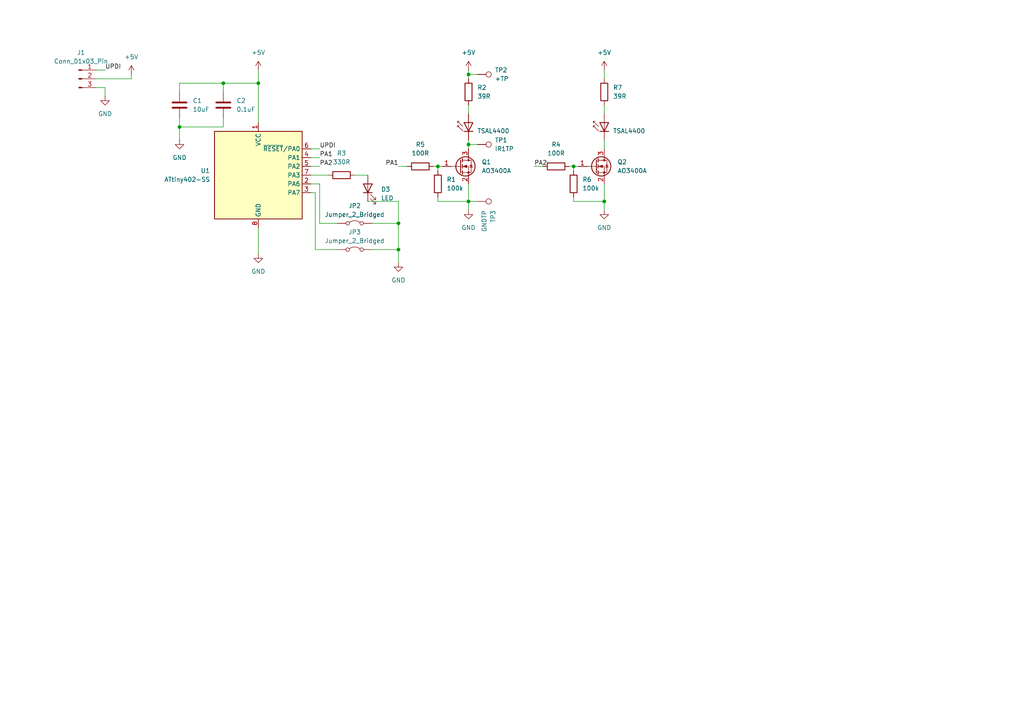
<source format=kicad_sch>
(kicad_sch (version 20250114) (generator "eeschema") (generator_version "9.0")
  (paper "A4")
  (lib_symbols
    (symbol "Connector:Conn_01x03_Pin" (pin_names (offset 1.016) (hide yes))
      (property "Reference" "J" (at 0 5.08 0))
      (property "Value" "Conn_01x03_Pin" (at 0 -5.08 0))
      (symbol "Conn_01x03_Pin_1_1"
        (rectangle (start 0.8636 2.667) (end 0 2.413) (stroke (width 0.1524)) (fill (type outline)))
        (rectangle (start 0.8636 0.127) (end 0 -0.127) (stroke (width 0.1524)) (fill (type outline)))
        (rectangle (start 0.8636 -2.413) (end 0 -2.667) (stroke (width 0.1524)) (fill (type outline)))
        (polyline (pts (xy 1.27 2.54) (xy 0.8636 2.54)) (stroke (width 0.1524)))
        (polyline (pts (xy 1.27 0) (xy 0.8636 0)) (stroke (width 0.1524)))
        (polyline (pts (xy 1.27 -2.54) (xy 0.8636 -2.54)) (stroke (width 0.1524)))
        (pin passive line (at 5.08 2.54 180) (length 3.81) (name "Pin_1") (number "1"))
        (pin passive line (at 5.08 0 180) (length 3.81) (name "Pin_2") (number "2"))
        (pin passive line (at 5.08 -2.54 180) (length 3.81) (name "Pin_3") (number "3"))
      )
    )
    (symbol "Connector:TestPoint" (pin_numbers (hide yes)) (pin_names (offset 0.762) (hide yes))
      (property "Reference" "TP" (at 0 6.858 0))
      (property "Value" "TestPoint" (at 0 5.08 0))
      (symbol "TestPoint_0_1"
        (circle (center 0 3.302) (radius 0.762))
      )
      (symbol "TestPoint_1_1"
        (pin passive line (at 0 0 90) (length 2.54) (name "1") (number "1"))
      )
    )
    (symbol "Device:C" (pin_numbers (hide yes)) (pin_names (offset 0.254))
      (property "Reference" "C" (at 0.635 2.54 0))
      (property "Value" "C" (at 0.635 -2.54 0))
      (symbol "C_0_1"
        (polyline (pts (xy -2.032 0.762) (xy 2.032 0.762)) (stroke (width 0.508)))
        (polyline (pts (xy -2.032 -0.762) (xy 2.032 -0.762)) (stroke (width 0.508)))
      )
      (symbol "C_1_1"
        (pin passive line (at 0 3.81 270) (length 2.794) (name "~") (number "1"))
        (pin passive line (at 0 -3.81 90) (length 2.794) (name "~") (number "2"))
      )
    )
    (symbol "Device:LED" (pin_numbers (hide yes)) (pin_names (offset 1.016) (hide yes))
      (property "Reference" "D" (at 0 2.54 0))
      (property "Value" "LED" (at 0 -2.54 0))
      (symbol "LED_0_1"
        (polyline (pts (xy -3.048 -0.762) (xy -4.572 -2.286) (xy -3.81 -2.286) (xy -4.572 -2.286) (xy -4.572 -1.524)))
        (polyline (pts (xy -1.778 -0.762) (xy -3.302 -2.286) (xy -2.54 -2.286) (xy -3.302 -2.286) (xy -3.302 -1.524)))
        (polyline (pts (xy -1.27 0) (xy 1.27 0)))
        (polyline (pts (xy -1.27 -1.27) (xy -1.27 1.27)) (stroke (width 0.254)))
        (polyline (pts (xy 1.27 -1.27) (xy 1.27 1.27) (xy -1.27 0) (xy 1.27 -1.27)) (stroke (width 0.254)))
      )
      (symbol "LED_1_1"
        (pin passive line (at -3.81 0 0) (length 2.54) (name "K") (number "1"))
        (pin passive line (at 3.81 0 180) (length 2.54) (name "A") (number "2"))
      )
    )
    (symbol "Device:R" (pin_numbers (hide yes)) (pin_names (offset 0))
      (property "Reference" "R" (at 2.032 0 90))
      (property "Value" "R" (at 0 0 90))
      (symbol "R_0_1"
        (rectangle (start -1.016 -2.54) (end 1.016 2.54) (stroke (width 0.254)))
      )
      (symbol "R_1_1"
        (pin passive line (at 0 3.81 270) (length 1.27) (name "~") (number "1"))
        (pin passive line (at 0 -3.81 90) (length 1.27) (name "~") (number "2"))
      )
    )
    (symbol "Jumper:Jumper_2_Bridged" (pin_numbers (hide yes)) (pin_names (offset 0) (hide yes))
      (property "Reference" "JP" (at 0 1.905 0))
      (property "Value" "Jumper_2_Bridged" (at 0 -2.54 0))
      (symbol "Jumper_2_Bridged_0_0"
        (circle (center -2.032 0) (radius 0.508))
        (circle (center 2.032 0) (radius 0.508))
      )
      (symbol "Jumper_2_Bridged_0_1"
        (arc (start -1.524 0.254) (mid 0 0.762) (end 1.524 0.254))
      )
      (symbol "Jumper_2_Bridged_1_1"
        (pin passive line (at -5.08 0 0) (length 2.54) (name "A") (number "1"))
        (pin passive line (at 5.08 0 180) (length 2.54) (name "B") (number "2"))
      )
    )
    (symbol "LED:TSAL4400" (pin_numbers (hide yes)) (pin_names (offset 1.016) (hide yes))
      (property "Reference" "D" (at 0.508 1.778 0))
      (property "Value" "TSAL4400" (at -1.016 -2.794 0))
      (symbol "TSAL4400_0_1"
        (polyline (pts (xy -2.54 1.27) (xy -2.54 -1.27)) (stroke (width 0.254)))
        (polyline (pts (xy -2.413 1.651) (xy -0.889 3.175) (xy -0.889 2.667) (xy -0.889 3.175) (xy -1.397 3.175)))
        (polyline (pts (xy -1.143 1.651) (xy 0.381 3.175) (xy 0.381 2.667)))
        (polyline (pts (xy 0 1.27) (xy -2.54 0) (xy 0 -1.27) (xy 0 1.27)) (stroke (width 0.254)))
        (polyline (pts (xy 0 0) (xy -2.54 0)))
        (polyline (pts (xy 0.381 3.175) (xy -0.127 3.175)))
      )
      (symbol "TSAL4400_1_1"
        (pin passive line (at -5.08 0 0) (length 2.54) (name "K") (number "1"))
        (pin passive line (at 2.54 0 180) (length 2.54) (name "A") (number "2"))
      )
    )
    (symbol "MCU_Microchip_ATtiny:ATtiny402-SS"
      (property "Reference" "U" (at -12.7 13.97 0))
      (property "Value" "ATtiny402-SS" (at 2.54 -13.97 0))
      (symbol "ATtiny402-SS_0_1"
        (rectangle (start -12.7 -12.7) (end 12.7 12.7) (stroke (width 0.254)) (fill (type background)))
      )
      (symbol "ATtiny402-SS_1_1"
        (pin power_in line (at 0 15.24 270) (length 2.54) (name "VCC") (number "1"))
        (pin power_in line (at 0 -15.24 90) (length 2.54) (name "GND") (number "8"))
        (pin bidirectional line (at 15.24 7.62 180) (length 2.54) (name "~{RESET}/PA0") (number "6"))
        (pin bidirectional line (at 15.24 5.08 180) (length 2.54) (name "PA1") (number "4"))
        (pin bidirectional line (at 15.24 2.54 180) (length 2.54) (name "PA2") (number "5"))
        (pin bidirectional line (at 15.24 0 180) (length 2.54) (name "PA3") (number "7"))
        (pin bidirectional line (at 15.24 -2.54 180) (length 2.54) (name "PA6") (number "2"))
        (pin bidirectional line (at 15.24 -5.08 180) (length 2.54) (name "PA7") (number "3"))
      )
    )
    (symbol "Transistor_FET:AO3400A" (pin_names (offset 0) (hide yes))
      (property "Reference" "Q" (at 5.08 1.905 0))
      (property "Value" "AO3400A" (at 5.08 0 0))
      (symbol "AO3400A_0_1"
        (polyline (pts (xy 0.254 1.905) (xy 0.254 -1.905)) (stroke (width 0.254)))
        (polyline (pts (xy 0.254 0) (xy -2.54 0)))
        (polyline (pts (xy 0.762 2.286) (xy 0.762 1.27)) (stroke (width 0.254)))
        (polyline (pts (xy 0.762 0.508) (xy 0.762 -0.508)) (stroke (width 0.254)))
        (polyline (pts (xy 0.762 -1.27) (xy 0.762 -2.286)) (stroke (width 0.254)))
        (polyline (pts (xy 0.762 -1.778) (xy 3.302 -1.778) (xy 3.302 1.778) (xy 0.762 1.778)))
        (polyline (pts (xy 1.016 0) (xy 2.032 0.381) (xy 2.032 -0.381) (xy 1.016 0)) (fill (type outline)))
        (circle (center 1.651 0) (radius 2.794) (stroke (width 0.254)))
        (polyline (pts (xy 2.54 2.54) (xy 2.54 1.778)))
        (circle (center 2.54 1.778) (radius 0.254) (fill (type outline)))
        (circle (center 2.54 -1.778) (radius 0.254) (fill (type outline)))
        (polyline (pts (xy 2.54 -2.54) (xy 2.54 0) (xy 0.762 0)))
        (polyline (pts (xy 2.921 0.381) (xy 3.683 0.381)))
        (polyline (pts (xy 3.302 0.381) (xy 2.921 -0.254) (xy 3.683 -0.254) (xy 3.302 0.381)))
      )
      (symbol "AO3400A_1_1"
        (pin input line (at -5.08 0 0) (length 2.54) (name "G") (number "1"))
        (pin passive line (at 2.54 5.08 270) (length 2.54) (name "D") (number "3"))
        (pin passive line (at 2.54 -5.08 90) (length 2.54) (name "S") (number "2"))
      )
    )
    (symbol "power:+5V" (power) (pin_numbers (hide yes)) (pin_names (offset 0) (hide yes))
      (property "Value" "+5V" (at 0 3.556 0))
      (symbol "+5V_0_1"
        (polyline (pts (xy -0.762 1.27) (xy 0 2.54)))
        (polyline (pts (xy 0 2.54) (xy 0.762 1.27)))
        (polyline (pts (xy 0 0) (xy 0 2.54)))
      )
      (symbol "+5V_1_1"
        (pin power_in line (at 0 0 90) (length 0) (name "~") (number "1"))
      )
    )
    (symbol "power:GND" (power) (pin_numbers (hide yes)) (pin_names (offset 0) (hide yes))
      (property "Value" "GND" (at 0 -3.81 0))
      (symbol "GND_0_1"
        (polyline (pts (xy 0 0) (xy 0 -1.27) (xy 1.27 -1.27) (xy 0 -2.54) (xy -1.27 -1.27) (xy 0 -1.27)))
      )
      (symbol "GND_1_1"
        (pin power_in line (at 0 0 270) (length 0) (name "~") (number "1"))
      )
    )
  )
  (junction (at 64.77 24.13))
  (junction (at 175.26 58.42))
  (junction (at 115.57 72.39))
  (junction (at 166.37 48.26))
  (junction (at 52.07 36.83))
  (junction (at 135.89 41.91))
  (junction (at 135.89 21.59))
  (junction (at 115.57 64.77))
  (junction (at 74.93 24.13))
  (junction (at 127 48.26))
  (junction (at 135.89 58.42))
  (wire (pts (xy 74.93 24.13) (xy 74.93 35.56)))
  (wire (pts (xy 175.26 40.64) (xy 175.26 43.18)))
  (wire (pts (xy 106.68 58.42) (xy 115.57 58.42)))
  (wire (pts (xy 64.77 34.29) (xy 64.77 36.83)))
  (wire (pts (xy 38.1 22.86) (xy 27.94 22.86)))
  (wire (pts (xy 135.89 41.91) (xy 135.89 43.18)))
  (wire (pts (xy 165.1 48.26) (xy 166.37 48.26)))
  (wire (pts (xy 38.1 21.59) (xy 38.1 22.86)))
  (wire (pts (xy 107.95 64.77) (xy 115.57 64.77)))
  (wire (pts (xy 175.26 53.34) (xy 175.26 58.42)))
  (wire (pts (xy 127 48.26) (xy 128.27 48.26)))
  (wire (pts (xy 166.37 58.42) (xy 175.26 58.42)))
  (wire (pts (xy 91.44 72.39) (xy 97.79 72.39)))
  (wire (pts (xy 175.26 30.48) (xy 175.26 33.02)))
  (wire (pts (xy 30.48 25.4) (xy 30.48 27.94)))
  (wire (pts (xy 92.71 64.77) (xy 97.79 64.77)))
  (wire (pts (xy 102.87 50.8) (xy 106.68 50.8)))
  (wire (pts (xy 64.77 24.13) (xy 74.93 24.13)))
  (wire (pts (xy 135.89 58.42) (xy 138.43 58.42)))
  (wire (pts (xy 92.71 53.34) (xy 92.71 64.77)))
  (wire (pts (xy 166.37 48.26) (xy 166.37 49.53)))
  (wire (pts (xy 27.94 20.32) (xy 30.48 20.32)))
  (wire (pts (xy 74.93 24.13) (xy 74.93 20.32)))
  (wire (pts (xy 135.89 21.59) (xy 135.89 22.86)))
  (wire (pts (xy 107.95 72.39) (xy 115.57 72.39)))
  (wire (pts (xy 166.37 48.26) (xy 167.64 48.26)))
  (wire (pts (xy 27.94 25.4) (xy 30.48 25.4)))
  (wire (pts (xy 52.07 24.13) (xy 64.77 24.13)))
  (wire (pts (xy 90.17 45.72) (xy 92.71 45.72)))
  (wire (pts (xy 135.89 58.42) (xy 135.89 60.96)))
  (wire (pts (xy 64.77 36.83) (xy 52.07 36.83)))
  (wire (pts (xy 115.57 58.42) (xy 115.57 64.77)))
  (wire (pts (xy 90.17 48.26) (xy 92.71 48.26)))
  (wire (pts (xy 135.89 41.91) (xy 138.43 41.91)))
  (wire (pts (xy 135.89 40.64) (xy 135.89 41.91)))
  (wire (pts (xy 166.37 57.15) (xy 166.37 58.42)))
  (wire (pts (xy 175.26 20.32) (xy 175.26 22.86)))
  (wire (pts (xy 175.26 58.42) (xy 175.26 60.96)))
  (wire (pts (xy 115.57 48.26) (xy 118.11 48.26)))
  (wire (pts (xy 52.07 26.67) (xy 52.07 24.13)))
  (wire (pts (xy 135.89 21.59) (xy 138.43 21.59)))
  (wire (pts (xy 52.07 34.29) (xy 52.07 36.83)))
  (wire (pts (xy 125.73 48.26) (xy 127 48.26)))
  (wire (pts (xy 91.44 55.88) (xy 91.44 72.39)))
  (wire (pts (xy 135.89 30.48) (xy 135.89 33.02)))
  (wire (pts (xy 90.17 55.88) (xy 91.44 55.88)))
  (wire (pts (xy 74.93 66.04) (xy 74.93 73.66)))
  (wire (pts (xy 64.77 24.13) (xy 64.77 26.67)))
  (wire (pts (xy 115.57 64.77) (xy 115.57 72.39)))
  (wire (pts (xy 127 48.26) (xy 127 49.53)))
  (wire (pts (xy 127 57.15) (xy 127 58.42)))
  (wire (pts (xy 135.89 53.34) (xy 135.89 58.42)))
  (wire (pts (xy 135.89 20.32) (xy 135.89 21.59)))
  (wire (pts (xy 127 58.42) (xy 135.89 58.42)))
  (wire (pts (xy 154.94 48.26) (xy 157.48 48.26)))
  (wire (pts (xy 52.07 36.83) (xy 52.07 40.64)))
  (wire (pts (xy 115.57 72.39) (xy 115.57 76.2)))
  (wire (pts (xy 90.17 50.8) (xy 95.25 50.8)))
  (wire (pts (xy 90.17 43.18) (xy 92.71 43.18)))
  (wire (pts (xy 90.17 53.34) (xy 92.71 53.34)))
  (label "UPDI" (at 30.48 20.32 0))
  (label "PA1" (at 92.71 45.72 0))
  (label "PA2" (at 154.94 48.26 0))
  (label "PA1" (at 115.57 48.26 180))
  (label "UPDI" (at 92.71 43.18 0))
  (label "PA2" (at 92.71 48.26 0))
  (symbol (lib_id "power:+5V") (at 175.26 20.32 0) (unit 1)
    (property "Reference" "#PWR09" (effects (hide yes)))
    (property "Value" "+5V" (at 175.26 15.24 0))
    (property "Description" "Power symbol creates a global label with name \"+5V\"" (effects (hide yes)))
  )
  (symbol (lib_id "Device:R") (at 175.26 26.67 0) (unit 1)
    (property "Reference" "R7" (at 177.8 25.3999 0) (effects (justify left)))
    (property "Value" "39R" (at 177.8 27.9399 0) (effects (justify left)))
    (property "Footprint" "Resistor_SMD:R_1210_3225Metric_Pad1.30x2.65mm_HandSolder" (effects (hide yes)))
    (property "Description" "Resistor" (effects (hide yes)))
  )
  (symbol (lib_id "power:GND") (at 30.48 27.94 0) (unit 1)
    (property "Reference" "#PWR03" (effects (hide yes)))
    (property "Value" "GND" (at 30.48 33.02 0))
    (property "Description" "Power symbol creates a global label with name \"GND\" , ground" (effects (hide yes)))
  )
  (symbol (lib_id "Device:R") (at 121.92 48.26 90) (unit 1)
    (property "Reference" "R5" (at 121.92 41.91 90))
    (property "Value" "100R" (at 121.92 44.45 90))
    (property "Footprint" "Resistor_SMD:R_1210_3225Metric_Pad1.30x2.65mm_HandSolder" (effects (hide yes)))
    (property "Description" "Resistor" (effects (hide yes)))
  )
  (symbol (lib_id "power:GND") (at 74.93 73.66 0) (unit 1)
    (property "Reference" "#PWR06" (effects (hide yes)))
    (property "Value" "GND" (at 74.93 78.74 0))
    (property "Description" "Power symbol creates a global label with name \"GND\" , ground" (effects (hide yes)))
  )
  (symbol (lib_id "Transistor_FET:AO3400A") (at 133.35 48.26 0) (unit 1)
    (property "Reference" "Q1" (at 139.7 46.9899 0) (effects (justify left)))
    (property "Value" "AO3400A" (at 139.7 49.5299 0) (effects (justify left)))
    (property "Footprint" "Package_TO_SOT_SMD:SOT-23" (effects (hide yes)))
    (property "Datasheet" "http://www.aosmd.com/pdfs/datasheet/AO3400A.pdf" (effects (hide yes)))
    (property "Description" "30V Vds, 5.7A Id, N-Channel MOSFET, SOT-23" (effects (hide yes)))
  )
  (symbol (lib_id "Device:R") (at 166.37 53.34 180) (unit 1)
    (property "Reference" "R6" (at 168.91 52.0699 0) (effects (justify right)))
    (property "Value" "100k" (at 168.91 54.6099 0) (effects (justify right)))
    (property "Footprint" "Resistor_SMD:R_1210_3225Metric_Pad1.30x2.65mm_HandSolder" (effects (hide yes)))
    (property "Description" "Resistor" (effects (hide yes)))
  )
  (symbol (lib_id "power:GND") (at 115.57 76.2 0) (unit 1)
    (property "Reference" "#PWR02" (effects (hide yes)))
    (property "Value" "GND" (at 115.57 81.28 0))
    (property "Description" "Power symbol creates a global label with name \"GND\" , ground" (effects (hide yes)))
  )
  (symbol (lib_id "Device:LED") (at 106.68 54.61 90) (unit 1)
    (property "Reference" "D3" (at 110.49 54.9274 90) (effects (justify right)))
    (property "Value" "LED" (at 110.49 57.4674 90) (effects (justify right)))
    (property "Footprint" "LED_SMD:LED_1206_3216Metric_Pad1.42x1.75mm_HandSolder" (effects (hide yes)))
    (property "Description" "Light emitting diode" (effects (hide yes)))
    (property "Sim.Pins" "1=K 2=A" (effects (hide yes)))
  )
  (symbol (lib_id "Device:C") (at 64.77 30.48 0) (unit 1)
    (property "Reference" "C2" (at 68.58 29.2099 0) (effects (justify left)))
    (property "Value" "0.1uF" (at 68.58 31.7499 0) (effects (justify left)))
    (property "Footprint" "Capacitor_SMD:C_1210_3225Metric_Pad1.33x2.70mm_HandSolder" (effects (hide yes)))
    (property "Description" "Unpolarized capacitor" (effects (hide yes)))
  )
  (symbol (lib_id "Device:R") (at 135.89 26.67 0) (unit 1)
    (property "Reference" "R2" (at 138.43 25.3999 0) (effects (justify left)))
    (property "Value" "39R" (at 138.43 27.9399 0) (effects (justify left)))
    (property "Footprint" "Resistor_SMD:R_1210_3225Metric_Pad1.30x2.65mm_HandSolder" (effects (hide yes)))
    (property "Description" "Resistor" (effects (hide yes)))
  )
  (symbol (lib_id "power:GND") (at 135.89 60.96 0) (unit 1)
    (property "Reference" "#PWR07" (effects (hide yes)))
    (property "Value" "GND" (at 135.89 66.04 0))
    (property "Description" "Power symbol creates a global label with name \"GND\" , ground" (effects (hide yes)))
  )
  (symbol (lib_id "power:GND") (at 52.07 40.64 0) (unit 1)
    (property "Reference" "#PWR05" (effects (hide yes)))
    (property "Value" "GND" (at 52.07 45.72 0))
    (property "Description" "Power symbol creates a global label with name \"GND\" , ground" (effects (hide yes)))
  )
  (symbol (lib_id "LED:TSAL4400") (at 175.26 35.56 90) (unit 1)
    (property "Reference" "D1" (at 177.8 -1.3971 90) (effects (justify right)))
    (property "Value" "TSAL4400" (at 177.8 37.9729 90) (effects (justify right)))
    (property "Footprint" "LED_THT:LED_D3.0mm_IRBlack" (effects (hide yes)))
    (property "Datasheet" "http://www.vishay.com/docs/81006/tsal4400.pdf" (effects (hide yes)))
    (property "Description" "Infrared LED , 3mm LED package" (effects (hide yes)))
  )
  (symbol (lib_id "Transistor_FET:AO3400A") (at 172.72 48.26 0) (unit 1)
    (property "Reference" "Q2" (at 179.07 46.9899 0) (effects (justify left)))
    (property "Value" "AO3400A" (at 179.07 49.5299 0) (effects (justify left)))
    (property "Footprint" "Package_TO_SOT_SMD:SOT-23" (effects (hide yes)))
    (property "Datasheet" "http://www.aosmd.com/pdfs/datasheet/AO3400A.pdf" (effects (hide yes)))
    (property "Description" "30V Vds, 5.7A Id, N-Channel MOSFET, SOT-23" (effects (hide yes)))
  )
  (symbol (lib_id "Device:C") (at 52.07 30.48 0) (unit 1)
    (property "Reference" "C1" (at 55.88 29.2099 0) (effects (justify left)))
    (property "Value" "10uF" (at 55.88 31.7499 0) (effects (justify left)))
    (property "Footprint" "Capacitor_SMD:C_1210_3225Metric_Pad1.33x2.70mm_HandSolder" (effects (hide yes)))
    (property "Description" "Unpolarized capacitor" (effects (hide yes)))
  )
  (symbol (lib_id "power:+5V") (at 74.93 20.32 0) (unit 1)
    (property "Reference" "#PWR04" (effects (hide yes)))
    (property "Value" "+5V" (at 74.93 15.24 0))
    (property "Description" "Power symbol creates a global label with name \"+5V\"" (effects (hide yes)))
  )
  (symbol (lib_id "Device:R") (at 127 53.34 180) (unit 1)
    (property "Reference" "R1" (at 129.54 52.0699 0) (effects (justify right)))
    (property "Value" "100k" (at 129.54 54.6099 0) (effects (justify right)))
    (property "Footprint" "Resistor_SMD:R_1210_3225Metric_Pad1.30x2.65mm_HandSolder" (effects (hide yes)))
    (property "Description" "Resistor" (effects (hide yes)))
  )
  (symbol (lib_id "Connector:Conn_01x03_Pin") (at 22.86 22.86 0) (unit 1)
    (property "Reference" "J1" (at 23.495 15.24 0))
    (property "Value" "Conn_01x03_Pin" (at 23.495 17.78 0))
    (property "Footprint" "Connector_PinHeader_2.54mm:PinHeader_1x03_P2.54mm_Vertical" (effects (hide yes)))
    (property "Description" "Generic connector, single row, 01x03, script generated" (effects (hide yes)))
  )
  (symbol (lib_id "Device:R") (at 161.29 48.26 90) (unit 1)
    (property "Reference" "R4" (at 161.29 41.91 90))
    (property "Value" "100R" (at 161.29 44.45 90))
    (property "Footprint" "Resistor_SMD:R_1210_3225Metric_Pad1.30x2.65mm_HandSolder" (effects (hide yes)))
    (property "Description" "Resistor" (effects (hide yes)))
  )
  (symbol (lib_id "Jumper:Jumper_2_Bridged") (at 102.87 64.77 0) (unit 1)
    (property "Reference" "JP2" (at 102.87 59.69 0))
    (property "Value" "Jumper_2_Bridged" (at 102.87 62.23 0))
    (property "Footprint" "Jumper:SolderJumper-2_P1.3mm_Bridged_Pad1.0x1.5mm" (effects (hide yes)))
    (property "Description" "Jumper, 2-pole, closed/bridged" (effects (hide yes)))
  )
  (symbol (lib_id "power:GND") (at 175.26 60.96 0) (unit 1)
    (property "Reference" "#PWR010" (effects (hide yes)))
    (property "Value" "GND" (at 175.26 66.04 0))
    (property "Description" "Power symbol creates a global label with name \"GND\" , ground" (effects (hide yes)))
  )
  (symbol (lib_id "Device:R") (at 99.06 50.8 90) (unit 1)
    (property "Reference" "R3" (at 99.06 44.45 90))
    (property "Value" "330R" (at 99.06 46.99 90))
    (property "Footprint" "Resistor_SMD:R_1210_3225Metric_Pad1.30x2.65mm_HandSolder" (effects (hide yes)))
    (property "Description" "Resistor" (effects (hide yes)))
  )
  (symbol (lib_id "Connector:TestPoint") (at 138.43 41.91 270) (unit 1)
    (property "Reference" "TP1" (at 143.51 40.6399 90) (effects (justify left)))
    (property "Value" "IR1TP" (at 143.51 43.1799 90) (effects (justify left)))
    (property "Footprint" "TestPoint:TestPoint_Pad_D1.0mm" (effects (hide yes)))
    (property "Description" "test point" (effects (hide yes)))
  )
  (symbol (lib_id "MCU_Microchip_ATtiny:ATtiny402-SS") (at 74.93 50.8 0) (unit 1)
    (property "Reference" "U1" (at 60.96 49.5299 0) (effects (justify right)))
    (property "Value" "ATtiny402-SS" (at 60.96 52.0699 0) (effects (justify right)))
    (property "Footprint" "Package_SO:SOIC-8_3.9x4.9mm_P1.27mm" (effects (hide yes)))
    (property "Datasheet" "http://ww1.microchip.com/downloads/en/DeviceDoc/ATtiny202-402-AVR-MCU-with-Core-Independent-Peripherals_and-picoPower-40001969A.pdf" (effects (hide yes)))
    (property "Description" "20MHz, 4kB Flash, 256B SRAM, 128B EEPROM, SOIC-8" (effects (hide yes)))
  )
  (symbol (lib_id "Connector:TestPoint") (at 138.43 58.42 270) (unit 1)
    (property "Reference" "TP3" (at 143.0021 60.96 0) (effects (justify left)))
    (property "Value" "GNDTP" (at 140.4621 60.96 0) (effects (justify left)))
    (property "Footprint" "TestPoint:TestPoint_Pad_D1.0mm" (effects (hide yes)))
    (property "Description" "test point" (effects (hide yes)))
  )
  (symbol (lib_id "power:+5V") (at 135.89 20.32 0) (unit 1)
    (property "Reference" "#PWR08" (effects (hide yes)))
    (property "Value" "+5V" (at 135.89 15.24 0))
    (property "Description" "Power symbol creates a global label with name \"+5V\"" (effects (hide yes)))
  )
  (symbol (lib_id "LED:TSAL4400") (at 135.89 35.56 90) (unit 1)
    (property "Reference" "D2" (at 138.43 -1.3971 90) (effects (justify right)))
    (property "Value" "TSAL4400" (at 138.43 37.9729 90) (effects (justify right)))
    (property "Footprint" "LED_THT:LED_D3.0mm_IRBlack" (effects (hide yes)))
    (property "Datasheet" "http://www.vishay.com/docs/81006/tsal4400.pdf" (effects (hide yes)))
    (property "Description" "Infrared LED , 3mm LED package" (effects (hide yes)))
  )
  (symbol (lib_id "Connector:TestPoint") (at 138.43 21.59 270) (unit 1)
    (property "Reference" "TP2" (at 143.51 20.3199 90) (effects (justify left)))
    (property "Value" "+TP" (at 143.51 22.8599 90) (effects (justify left)))
    (property "Footprint" "TestPoint:TestPoint_Pad_D1.0mm" (effects (hide yes)))
    (property "Description" "test point" (effects (hide yes)))
  )
  (symbol (lib_id "power:+5V") (at 38.1 21.59 0) (unit 1)
    (property "Reference" "#PWR01" (effects (hide yes)))
    (property "Value" "+5V" (at 38.1 16.51 0))
    (property "Description" "Power symbol creates a global label with name \"+5V\"" (effects (hide yes)))
  )
  (symbol (lib_id "Jumper:Jumper_2_Bridged") (at 102.87 72.39 0) (unit 1)
    (property "Reference" "JP3" (at 102.87 67.31 0))
    (property "Value" "Jumper_2_Bridged" (at 102.87 69.85 0))
    (property "Footprint" "Jumper:SolderJumper-2_P1.3mm_Bridged_Pad1.0x1.5mm" (effects (hide yes)))
    (property "Description" "Jumper, 2-pole, closed/bridged" (effects (hide yes)))
  )
)
</source>
